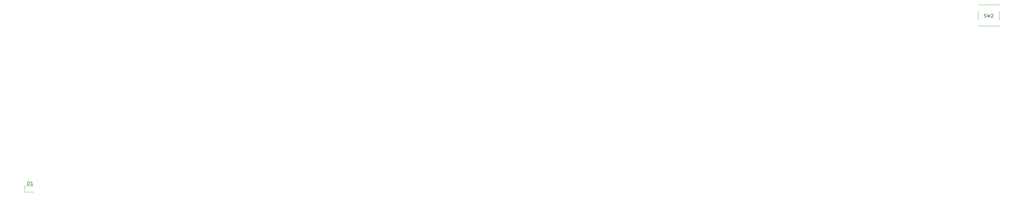
<source format=gbr>
%TF.GenerationSoftware,KiCad,Pcbnew,8.0.2-1*%
%TF.CreationDate,2024-08-02T01:43:08+02:00*%
%TF.ProjectId,keyboard,6b657962-6f61-4726-942e-6b696361645f,1.0*%
%TF.SameCoordinates,Original*%
%TF.FileFunction,Legend,Top*%
%TF.FilePolarity,Positive*%
%FSLAX46Y46*%
G04 Gerber Fmt 4.6, Leading zero omitted, Abs format (unit mm)*
G04 Created by KiCad (PCBNEW 8.0.2-1) date 2024-08-02 01:43:08*
%MOMM*%
%LPD*%
G01*
G04 APERTURE LIST*
%ADD10C,0.150000*%
%ADD11C,0.120000*%
G04 APERTURE END LIST*
D10*
X351816667Y-96673200D02*
X351959524Y-96720819D01*
X351959524Y-96720819D02*
X352197619Y-96720819D01*
X352197619Y-96720819D02*
X352292857Y-96673200D01*
X352292857Y-96673200D02*
X352340476Y-96625580D01*
X352340476Y-96625580D02*
X352388095Y-96530342D01*
X352388095Y-96530342D02*
X352388095Y-96435104D01*
X352388095Y-96435104D02*
X352340476Y-96339866D01*
X352340476Y-96339866D02*
X352292857Y-96292247D01*
X352292857Y-96292247D02*
X352197619Y-96244628D01*
X352197619Y-96244628D02*
X352007143Y-96197009D01*
X352007143Y-96197009D02*
X351911905Y-96149390D01*
X351911905Y-96149390D02*
X351864286Y-96101771D01*
X351864286Y-96101771D02*
X351816667Y-96006533D01*
X351816667Y-96006533D02*
X351816667Y-95911295D01*
X351816667Y-95911295D02*
X351864286Y-95816057D01*
X351864286Y-95816057D02*
X351911905Y-95768438D01*
X351911905Y-95768438D02*
X352007143Y-95720819D01*
X352007143Y-95720819D02*
X352245238Y-95720819D01*
X352245238Y-95720819D02*
X352388095Y-95768438D01*
X352721429Y-95720819D02*
X352959524Y-96720819D01*
X352959524Y-96720819D02*
X353150000Y-96006533D01*
X353150000Y-96006533D02*
X353340476Y-96720819D01*
X353340476Y-96720819D02*
X353578572Y-95720819D01*
X353911905Y-95816057D02*
X353959524Y-95768438D01*
X353959524Y-95768438D02*
X354054762Y-95720819D01*
X354054762Y-95720819D02*
X354292857Y-95720819D01*
X354292857Y-95720819D02*
X354388095Y-95768438D01*
X354388095Y-95768438D02*
X354435714Y-95816057D01*
X354435714Y-95816057D02*
X354483333Y-95911295D01*
X354483333Y-95911295D02*
X354483333Y-96006533D01*
X354483333Y-96006533D02*
X354435714Y-96149390D01*
X354435714Y-96149390D02*
X353864286Y-96720819D01*
X353864286Y-96720819D02*
X354483333Y-96720819D01*
X62586405Y-147648819D02*
X62586405Y-146648819D01*
X62586405Y-146648819D02*
X62824500Y-146648819D01*
X62824500Y-146648819D02*
X62967357Y-146696438D01*
X62967357Y-146696438D02*
X63062595Y-146791676D01*
X63062595Y-146791676D02*
X63110214Y-146886914D01*
X63110214Y-146886914D02*
X63157833Y-147077390D01*
X63157833Y-147077390D02*
X63157833Y-147220247D01*
X63157833Y-147220247D02*
X63110214Y-147410723D01*
X63110214Y-147410723D02*
X63062595Y-147505961D01*
X63062595Y-147505961D02*
X62967357Y-147601200D01*
X62967357Y-147601200D02*
X62824500Y-147648819D01*
X62824500Y-147648819D02*
X62586405Y-147648819D01*
X64110214Y-147648819D02*
X63538786Y-147648819D01*
X63824500Y-147648819D02*
X63824500Y-146648819D01*
X63824500Y-146648819D02*
X63729262Y-146791676D01*
X63729262Y-146791676D02*
X63634024Y-146886914D01*
X63634024Y-146886914D02*
X63538786Y-146934533D01*
D11*
X349920000Y-92870000D02*
X356380000Y-92870000D01*
X349920000Y-92900000D02*
X349920000Y-92870000D01*
X349920000Y-94800000D02*
X349920000Y-97400000D01*
X349920000Y-99330000D02*
X349920000Y-99300000D01*
X349920000Y-99330000D02*
X356380000Y-99330000D01*
X356380000Y-92870000D02*
X356380000Y-92900000D01*
X356380000Y-94800000D02*
X356380000Y-97400000D01*
X356380000Y-99330000D02*
X356380000Y-99300000D01*
X61639500Y-147884000D02*
X61639500Y-149804000D01*
X61639500Y-149804000D02*
X64324500Y-149804000D01*
X64324500Y-147884000D02*
X61639500Y-147884000D01*
M02*

</source>
